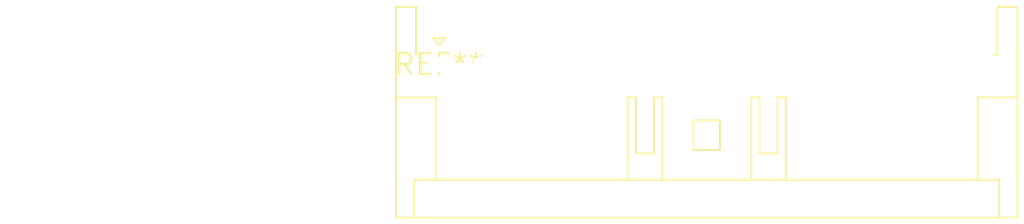
<source format=kicad_pcb>
(kicad_pcb (version 20240108) (generator pcbnew)
  (layers (0 "F.Cu" signal) (31 "B.Cu" signal) (34 "B.Paste" user) (35 "F.Paste" user) (36 "B.SilkS" user "B.Silkscreen") (37 "F.SilkS" user "F.Silkscreen") (38 "B.Mask" user) (39 "F.Mask" user) (44 "Edge.Cuts" user))
  (net 0 "")
  (footprint "JST_XA_S14B-XASK-1N-BN_1x14_P2.50mm_Horizontal" (layer "F.Cu") (at 0 0)
    (property "Reference" "REF**")
    (property "Value" "JST_XA_S14B-XASK-1N-BN_1x14_P2.50mm_Horizontal")
    (fp_line (start -2.61 -3.51) (end -2.61 9.31) (layer "F.SilkS") (stroke (width 0.12)))
    (fp_line (start -2.61 9.31) (end 35.11 9.31) (layer "F.SilkS") (stroke (width 0.12)))
    (fp_line (start -1.5 7.01) (end 34 7.01) (layer "F.SilkS") (stroke (width 0.12)))
    (fp_line (start -1.5 9.31) (end -1.5 7.01) (layer "F.SilkS") (stroke (width 0.12)))
    (fp_line (start -1.39 -3.51) (end -2.61 -3.51) (layer "F.SilkS") (stroke (width 0.12)))
    (fp_line (start -1.39 -0.61) (end -1.39 -3.51) (layer "F.SilkS") (stroke (width 0.12)))
    (fp_line (start -1.11 -0.61) (end -1.39 -0.61) (layer "F.SilkS") (stroke (width 0.12)))
    (fp_line (start -0.4 -1.6) (end 0.4 -1.6) (layer "F.SilkS") (stroke (width 0.12)))
    (fp_line (start -0.2 2) (end -2.61 2) (layer "F.SilkS") (stroke (width 0.12)))
    (fp_line (start -0.2 7.01) (end -0.2 2) (layer "F.SilkS") (stroke (width 0.12)))
    (fp_line (start 0 -1.2) (end -0.4 -1.6) (layer "F.SilkS") (stroke (width 0.12)))
    (fp_line (start 0.4 -1.6) (end 0 -1.2) (layer "F.SilkS") (stroke (width 0.12)))
    (fp_line (start 11.45 2) (end 11.45 7.01) (layer "F.SilkS") (stroke (width 0.12)))
    (fp_line (start 11.95 2) (end 11.45 2) (layer "F.SilkS") (stroke (width 0.12)))
    (fp_line (start 11.95 5.41) (end 11.95 2) (layer "F.SilkS") (stroke (width 0.12)))
    (fp_line (start 13.05 2) (end 13.05 5.41) (layer "F.SilkS") (stroke (width 0.12)))
    (fp_line (start 13.05 5.41) (end 11.95 5.41) (layer "F.SilkS") (stroke (width 0.12)))
    (fp_line (start 13.55 2) (end 13.05 2) (layer "F.SilkS") (stroke (width 0.12)))
    (fp_line (start 13.55 7.01) (end 13.55 2) (layer "F.SilkS") (stroke (width 0.12)))
    (fp_line (start 15.45 3.4) (end 17.05 3.4) (layer "F.SilkS") (stroke (width 0.12)))
    (fp_line (start 15.45 5.2) (end 15.45 3.4) (layer "F.SilkS") (stroke (width 0.12)))
    (fp_line (start 17.05 3.4) (end 17.05 5.2) (layer "F.SilkS") (stroke (width 0.12)))
    (fp_line (start 17.05 5.2) (end 15.45 5.2) (layer "F.SilkS") (stroke (width 0.12)))
    (fp_line (start 18.95 2) (end 19.45 2) (layer "F.SilkS") (stroke (width 0.12)))
    (fp_line (start 18.95 7.01) (end 18.95 2) (layer "F.SilkS") (stroke (width 0.12)))
    (fp_line (start 19.45 2) (end 19.45 5.41) (layer "F.SilkS") (stroke (width 0.12)))
    (fp_line (start 19.45 5.41) (end 20.55 5.41) (layer "F.SilkS") (stroke (width 0.12)))
    (fp_line (start 20.55 2) (end 21.05 2) (layer "F.SilkS") (stroke (width 0.12)))
    (fp_line (start 20.55 5.41) (end 20.55 2) (layer "F.SilkS") (stroke (width 0.12)))
    (fp_line (start 21.05 2) (end 21.05 7.01) (layer "F.SilkS") (stroke (width 0.12)))
    (fp_line (start 32.7 2) (end 35.11 2) (layer "F.SilkS") (stroke (width 0.12)))
    (fp_line (start 32.7 7.01) (end 32.7 2) (layer "F.SilkS") (stroke (width 0.12)))
    (fp_line (start 33.89 -3.51) (end 33.89 -0.61) (layer "F.SilkS") (stroke (width 0.12)))
    (fp_line (start 33.89 -0.61) (end 33.61 -0.61) (layer "F.SilkS") (stroke (width 0.12)))
    (fp_line (start 34 7.01) (end 34 9.31) (layer "F.SilkS") (stroke (width 0.12)))
    (fp_line (start 35.11 -3.51) (end 33.89 -3.51) (layer "F.SilkS") (stroke (width 0.12)))
    (fp_line (start 35.11 9.31) (end 35.11 -3.51) (layer "F.SilkS") (stroke (width 0.12)))
    (pad "1" thru_hole roundrect (at 0 0) (size 1.7 1.95) (drill 0.95) (layers *.Cu *.Mask) (remove_unused_layers) (roundrect_rratio 0.147059))
    (pad "2" thru_hole oval (at 2.5 0) (size 1.7 1.95) (drill 0.95) (layers *.Cu *.Mask) (remove_unused_layers))
    (pad "3" thru_hole oval (at 5 0) (size 1.7 1.95) (drill 0.95) (layers *.Cu *.Mask) (remove_unused_layers))
    (pad "4" thru_hole oval (at 7.5 0) (size 1.7 1.95) (drill 0.95) (layers *.Cu *.Mask) (remove_unused_layers))
    (pad "5" thru_hole oval (at 10 0) (size 1.7 1.95) (drill 0.95) (layers *.Cu *.Mask) (remove_unused_layers))
    (pad "6" thru_hole oval (at 12.5 0) (size 1.7 1.95) (drill 0.95) (layers *.Cu *.Mask) (remove_unused_layers))
    (pad "7" thru_hole oval (at 15 0) (size 1.7 1.95) (drill 0.95) (layers *.Cu *.Mask) (remove_unused_layers))
    (pad "8" thru_hole oval (at 17.5 0) (size 1.7 1.95) (drill 0.95) (layers *.Cu *.Mask) (remove_unused_layers))
    (pad "9" thru_hole oval (at 20 0) (size 1.7 1.95) (drill 0.95) (layers *.Cu *.Mask) (remove_unused_layers))
    (pad "10" thru_hole oval (at 22.5 0) (size 1.7 1.95) (drill 0.95) (layers *.Cu *.Mask) (remove_unused_layers))
    (pad "11" thru_hole oval (at 25 0) (size 1.7 1.95) (drill 0.95) (layers *.Cu *.Mask) (remove_unused_layers))
    (pad "12" thru_hole oval (at 27.5 0) (size 1.7 1.95) (drill 0.95) (layers *.Cu *.Mask) (remove_unused_layers))
    (pad "13" thru_hole oval (at 30 0) (size 1.7 1.95) (drill 0.95) (layers *.Cu *.Mask) (remove_unused_layers))
    (pad "14" thru_hole oval (at 32.5 0) (size 1.7 1.95) (drill 0.95) (layers *.Cu *.Mask) (remove_unused_layers))
  )
)
</source>
